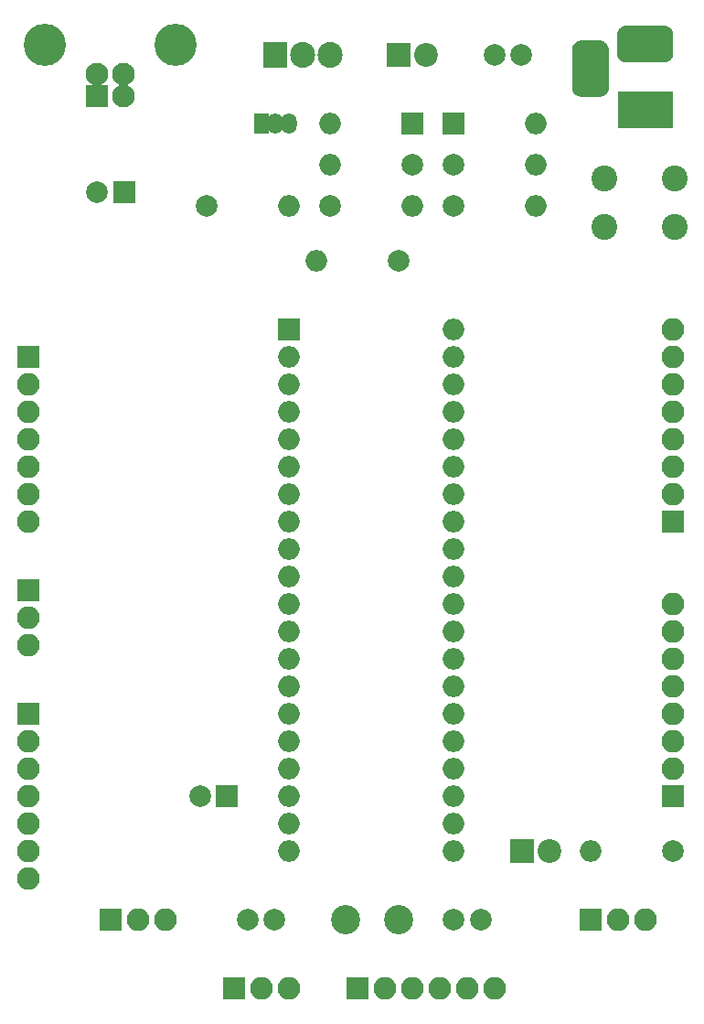
<source format=gbr>
G04 #@! TF.GenerationSoftware,KiCad,Pcbnew,(5.0.0)*
G04 #@! TF.CreationDate,2019-01-26T20:15:58-05:00*
G04 #@! TF.ProjectId,Placa_PIC18F4550,506C6163615F50494331384634353530,rev?*
G04 #@! TF.SameCoordinates,Original*
G04 #@! TF.FileFunction,Soldermask,Top*
G04 #@! TF.FilePolarity,Negative*
%FSLAX46Y46*%
G04 Gerber Fmt 4.6, Leading zero omitted, Abs format (unit mm)*
G04 Created by KiCad (PCBNEW (5.0.0)) date 01/26/19 20:15:58*
%MOMM*%
%LPD*%
G01*
G04 APERTURE LIST*
%ADD10C,2.000000*%
%ADD11R,2.200000X2.200000*%
%ADD12C,2.200000*%
%ADD13R,2.000000X2.000000*%
%ADD14O,2.000000X2.000000*%
%ADD15R,2.100000X2.100000*%
%ADD16O,2.100000X2.100000*%
%ADD17C,0.150000*%
%ADD18C,3.400000*%
%ADD19R,5.200000X3.400000*%
%ADD20C,2.100000*%
%ADD21C,3.900000*%
%ADD22O,1.450000X1.900000*%
%ADD23R,1.450000X1.900000*%
%ADD24C,2.400000*%
%ADD25R,2.305000X2.400000*%
%ADD26O,2.305000X2.400000*%
%ADD27C,2.700000*%
G04 APERTURE END LIST*
D10*
G04 #@! TO.C,C2*
X81240000Y-147320000D03*
X78740000Y-147320000D03*
G04 #@! TD*
G04 #@! TO.C,C3*
X100330000Y-147320000D03*
X97830000Y-147320000D03*
G04 #@! TD*
G04 #@! TO.C,C4*
X101600000Y-67310000D03*
X104100000Y-67310000D03*
G04 #@! TD*
D11*
G04 #@! TO.C,D1*
X104140000Y-140970000D03*
D12*
X106680000Y-140970000D03*
G04 #@! TD*
D13*
G04 #@! TO.C,D2*
X93980000Y-73660000D03*
D14*
X86360000Y-73660000D03*
G04 #@! TD*
G04 #@! TO.C,D3*
X105410000Y-73660000D03*
D13*
X97790000Y-73660000D03*
G04 #@! TD*
D12*
G04 #@! TO.C,D4*
X95250000Y-67310000D03*
D11*
X92710000Y-67310000D03*
G04 #@! TD*
D15*
G04 #@! TO.C,J1*
X118110000Y-135890000D03*
D16*
X118110000Y-133350000D03*
X118110000Y-130810000D03*
X118110000Y-128270000D03*
X118110000Y-125730000D03*
X118110000Y-123190000D03*
X118110000Y-120650000D03*
X118110000Y-118110000D03*
G04 #@! TD*
G04 #@! TO.C,J2*
X58420000Y-110490000D03*
X58420000Y-107950000D03*
X58420000Y-105410000D03*
X58420000Y-102870000D03*
X58420000Y-100330000D03*
X58420000Y-97790000D03*
D15*
X58420000Y-95250000D03*
G04 #@! TD*
G04 #@! TO.C,J3*
X58420000Y-116840000D03*
D16*
X58420000Y-119380000D03*
X58420000Y-121920000D03*
G04 #@! TD*
G04 #@! TO.C,J4*
X118110000Y-92710000D03*
X118110000Y-95250000D03*
X118110000Y-97790000D03*
X118110000Y-100330000D03*
X118110000Y-102870000D03*
X118110000Y-105410000D03*
X118110000Y-107950000D03*
D15*
X118110000Y-110490000D03*
G04 #@! TD*
G04 #@! TO.C,J5*
X58420000Y-128270000D03*
D16*
X58420000Y-130810000D03*
X58420000Y-133350000D03*
X58420000Y-135890000D03*
X58420000Y-138430000D03*
X58420000Y-140970000D03*
X58420000Y-143510000D03*
G04 #@! TD*
D15*
G04 #@! TO.C,J6*
X66040000Y-147320000D03*
D16*
X68580000Y-147320000D03*
X71120000Y-147320000D03*
G04 #@! TD*
G04 #@! TO.C,J7*
X115570000Y-147320000D03*
X113030000Y-147320000D03*
D15*
X110490000Y-147320000D03*
G04 #@! TD*
G04 #@! TO.C,J8*
X77470000Y-153670000D03*
D16*
X80010000Y-153670000D03*
X82550000Y-153670000D03*
G04 #@! TD*
D17*
G04 #@! TO.C,J9*
G36*
X117403315Y-64594093D02*
X117485827Y-64606333D01*
X117566742Y-64626601D01*
X117645281Y-64654702D01*
X117720687Y-64690367D01*
X117792235Y-64733251D01*
X117859234Y-64782941D01*
X117921041Y-64838959D01*
X117977059Y-64900766D01*
X118026749Y-64967765D01*
X118069633Y-65039313D01*
X118105298Y-65114719D01*
X118133399Y-65193258D01*
X118153667Y-65274173D01*
X118165907Y-65356685D01*
X118170000Y-65440000D01*
X118170000Y-67140000D01*
X118165907Y-67223315D01*
X118153667Y-67305827D01*
X118133399Y-67386742D01*
X118105298Y-67465281D01*
X118069633Y-67540687D01*
X118026749Y-67612235D01*
X117977059Y-67679234D01*
X117921041Y-67741041D01*
X117859234Y-67797059D01*
X117792235Y-67846749D01*
X117720687Y-67889633D01*
X117645281Y-67925298D01*
X117566742Y-67953399D01*
X117485827Y-67973667D01*
X117403315Y-67985907D01*
X117320000Y-67990000D01*
X113820000Y-67990000D01*
X113736685Y-67985907D01*
X113654173Y-67973667D01*
X113573258Y-67953399D01*
X113494719Y-67925298D01*
X113419313Y-67889633D01*
X113347765Y-67846749D01*
X113280766Y-67797059D01*
X113218959Y-67741041D01*
X113162941Y-67679234D01*
X113113251Y-67612235D01*
X113070367Y-67540687D01*
X113034702Y-67465281D01*
X113006601Y-67386742D01*
X112986333Y-67305827D01*
X112974093Y-67223315D01*
X112970000Y-67140000D01*
X112970000Y-65440000D01*
X112974093Y-65356685D01*
X112986333Y-65274173D01*
X113006601Y-65193258D01*
X113034702Y-65114719D01*
X113070367Y-65039313D01*
X113113251Y-64967765D01*
X113162941Y-64900766D01*
X113218959Y-64838959D01*
X113280766Y-64782941D01*
X113347765Y-64733251D01*
X113419313Y-64690367D01*
X113494719Y-64654702D01*
X113573258Y-64626601D01*
X113654173Y-64606333D01*
X113736685Y-64594093D01*
X113820000Y-64590000D01*
X117320000Y-64590000D01*
X117403315Y-64594093D01*
X117403315Y-64594093D01*
G37*
D18*
X115570000Y-66290000D03*
D19*
X115570000Y-72390000D03*
D17*
G36*
X111423315Y-65984093D02*
X111505827Y-65996333D01*
X111586742Y-66016601D01*
X111665281Y-66044702D01*
X111740687Y-66080367D01*
X111812235Y-66123251D01*
X111879234Y-66172941D01*
X111941041Y-66228959D01*
X111997059Y-66290766D01*
X112046749Y-66357765D01*
X112089633Y-66429313D01*
X112125298Y-66504719D01*
X112153399Y-66583258D01*
X112173667Y-66664173D01*
X112185907Y-66746685D01*
X112190000Y-66830000D01*
X112190000Y-70330000D01*
X112185907Y-70413315D01*
X112173667Y-70495827D01*
X112153399Y-70576742D01*
X112125298Y-70655281D01*
X112089633Y-70730687D01*
X112046749Y-70802235D01*
X111997059Y-70869234D01*
X111941041Y-70931041D01*
X111879234Y-70987059D01*
X111812235Y-71036749D01*
X111740687Y-71079633D01*
X111665281Y-71115298D01*
X111586742Y-71143399D01*
X111505827Y-71163667D01*
X111423315Y-71175907D01*
X111340000Y-71180000D01*
X109640000Y-71180000D01*
X109556685Y-71175907D01*
X109474173Y-71163667D01*
X109393258Y-71143399D01*
X109314719Y-71115298D01*
X109239313Y-71079633D01*
X109167765Y-71036749D01*
X109100766Y-70987059D01*
X109038959Y-70931041D01*
X108982941Y-70869234D01*
X108933251Y-70802235D01*
X108890367Y-70730687D01*
X108854702Y-70655281D01*
X108826601Y-70576742D01*
X108806333Y-70495827D01*
X108794093Y-70413315D01*
X108790000Y-70330000D01*
X108790000Y-66830000D01*
X108794093Y-66746685D01*
X108806333Y-66664173D01*
X108826601Y-66583258D01*
X108854702Y-66504719D01*
X108890367Y-66429313D01*
X108933251Y-66357765D01*
X108982941Y-66290766D01*
X109038959Y-66228959D01*
X109100766Y-66172941D01*
X109167765Y-66123251D01*
X109239313Y-66080367D01*
X109314719Y-66044702D01*
X109393258Y-66016601D01*
X109474173Y-65996333D01*
X109556685Y-65984093D01*
X109640000Y-65980000D01*
X111340000Y-65980000D01*
X111423315Y-65984093D01*
X111423315Y-65984093D01*
G37*
D18*
X110490000Y-68580000D03*
G04 #@! TD*
D15*
G04 #@! TO.C,J10*
X64770000Y-71120000D03*
D20*
X67270000Y-71120000D03*
X67270000Y-69120000D03*
X64770000Y-69120000D03*
D21*
X60000000Y-66410000D03*
X72040000Y-66410000D03*
G04 #@! TD*
D22*
G04 #@! TO.C,Q1*
X81280000Y-73660000D03*
X82550000Y-73660000D03*
D23*
X80010000Y-73660000D03*
G04 #@! TD*
D14*
G04 #@! TO.C,R1*
X85090000Y-86360000D03*
D10*
X92710000Y-86360000D03*
G04 #@! TD*
G04 #@! TO.C,R2*
X118110000Y-140970000D03*
D14*
X110490000Y-140970000D03*
G04 #@! TD*
G04 #@! TO.C,R3*
X105410000Y-81280000D03*
D10*
X97790000Y-81280000D03*
G04 #@! TD*
G04 #@! TO.C,R4*
X74930000Y-81280000D03*
D14*
X82550000Y-81280000D03*
G04 #@! TD*
D10*
G04 #@! TO.C,R5*
X86360000Y-81280000D03*
D14*
X93980000Y-81280000D03*
G04 #@! TD*
G04 #@! TO.C,R6*
X86360000Y-77470000D03*
D10*
X93980000Y-77470000D03*
G04 #@! TD*
G04 #@! TO.C,R7*
X97790000Y-77470000D03*
D14*
X105410000Y-77470000D03*
G04 #@! TD*
D24*
G04 #@! TO.C,SW1*
X111760000Y-83240000D03*
X111760000Y-78740000D03*
X118260000Y-83240000D03*
X118260000Y-78740000D03*
G04 #@! TD*
D13*
G04 #@! TO.C,U1*
X82550000Y-92710000D03*
D14*
X97790000Y-140970000D03*
X82550000Y-95250000D03*
X97790000Y-138430000D03*
X82550000Y-97790000D03*
X97790000Y-135890000D03*
X82550000Y-100330000D03*
X97790000Y-133350000D03*
X82550000Y-102870000D03*
X97790000Y-130810000D03*
X82550000Y-105410000D03*
X97790000Y-128270000D03*
X82550000Y-107950000D03*
X97790000Y-125730000D03*
X82550000Y-110490000D03*
X97790000Y-123190000D03*
X82550000Y-113030000D03*
X97790000Y-120650000D03*
X82550000Y-115570000D03*
X97790000Y-118110000D03*
X82550000Y-118110000D03*
X97790000Y-115570000D03*
X82550000Y-120650000D03*
X97790000Y-113030000D03*
X82550000Y-123190000D03*
X97790000Y-110490000D03*
X82550000Y-125730000D03*
X97790000Y-107950000D03*
X82550000Y-128270000D03*
X97790000Y-105410000D03*
X82550000Y-130810000D03*
X97790000Y-102870000D03*
X82550000Y-133350000D03*
X97790000Y-100330000D03*
X82550000Y-135890000D03*
X97790000Y-97790000D03*
X82550000Y-138430000D03*
X97790000Y-95250000D03*
X82550000Y-140970000D03*
X97790000Y-92710000D03*
G04 #@! TD*
D25*
G04 #@! TO.C,U2*
X81280000Y-67310000D03*
D26*
X83820000Y-67310000D03*
X86360000Y-67310000D03*
G04 #@! TD*
D27*
G04 #@! TO.C,Y1*
X87810000Y-147320000D03*
X92710000Y-147320000D03*
G04 #@! TD*
D13*
G04 #@! TO.C,C5*
X67310000Y-80010000D03*
D10*
X64810000Y-80010000D03*
G04 #@! TD*
D15*
G04 #@! TO.C,J11*
X88900000Y-153670000D03*
D16*
X91440000Y-153670000D03*
X93980000Y-153670000D03*
X96520000Y-153670000D03*
X99060000Y-153670000D03*
X101600000Y-153670000D03*
G04 #@! TD*
D13*
G04 #@! TO.C,C1*
X76835000Y-135890000D03*
D10*
X74335000Y-135890000D03*
G04 #@! TD*
M02*

</source>
